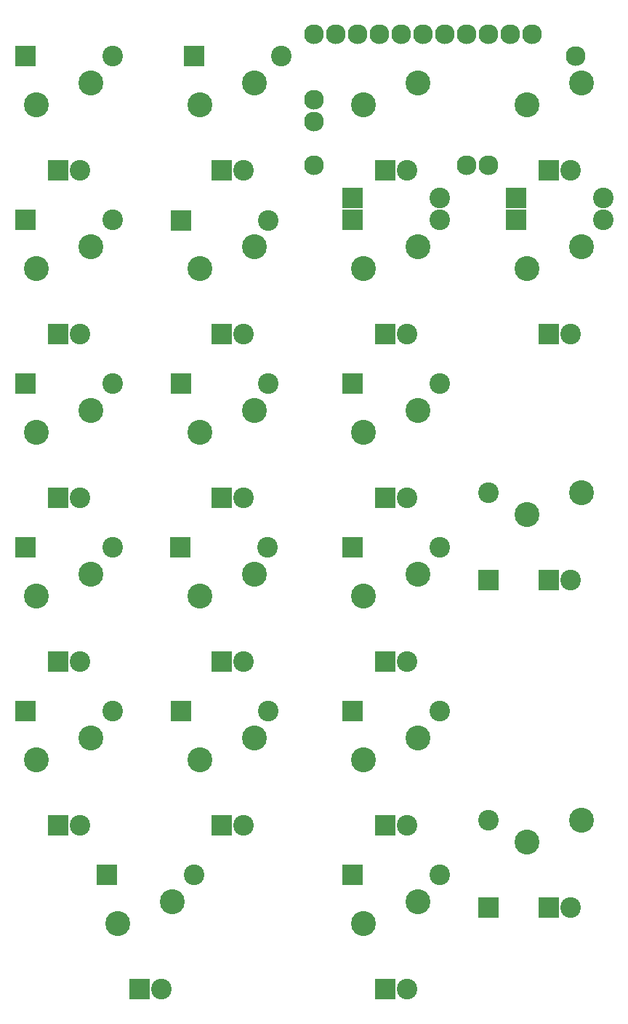
<source format=gts>
G04 #@! TF.FileFunction,Soldermask,Top*
%FSLAX46Y46*%
G04 Gerber Fmt 4.6, Leading zero omitted, Abs format (unit mm)*
G04 Created by KiCad (PCBNEW 4.0.2-stable) date Tuesday, March 29, 2016 'PMt' 06:01:04 PM*
%MOMM*%
G01*
G04 APERTURE LIST*
%ADD10C,0.100000*%
%ADD11C,2.398980*%
%ADD12R,2.398980X2.398980*%
%ADD13C,2.400000*%
%ADD14R,2.400000X2.400000*%
%ADD15C,2.900000*%
%ADD16C,2.300000*%
G04 APERTURE END LIST*
D10*
D11*
X64400000Y-24107460D03*
D12*
X54240000Y-24107460D03*
D11*
X84085000Y-24107460D03*
D12*
X73925000Y-24107460D03*
D11*
X102500000Y-40617460D03*
D12*
X92340000Y-40617460D03*
D11*
X121550000Y-40617460D03*
D12*
X111390000Y-40617460D03*
D11*
X64400000Y-43157460D03*
D12*
X54240000Y-43157460D03*
D11*
X82561000Y-43284460D03*
D12*
X72401000Y-43284460D03*
D11*
X102500000Y-43157460D03*
D12*
X92340000Y-43157460D03*
D11*
X121550000Y-43157460D03*
D12*
X111390000Y-43157460D03*
D11*
X64400000Y-62207460D03*
D12*
X54240000Y-62207460D03*
D11*
X82561000Y-62207460D03*
D12*
X72401000Y-62207460D03*
D11*
X102500000Y-62207460D03*
D12*
X92340000Y-62207460D03*
D11*
X64400000Y-81257460D03*
D12*
X54240000Y-81257460D03*
D11*
X82434000Y-81257460D03*
D12*
X72274000Y-81257460D03*
D11*
X102500000Y-81257460D03*
D12*
X92340000Y-81257460D03*
D11*
X108212460Y-74910000D03*
D12*
X108212460Y-85070000D03*
D11*
X64400000Y-100307460D03*
D12*
X54240000Y-100307460D03*
D11*
X82561000Y-100307460D03*
D12*
X72401000Y-100307460D03*
D11*
X102500000Y-100307460D03*
D12*
X92340000Y-100307460D03*
D11*
X73925000Y-119357460D03*
D12*
X63765000Y-119357460D03*
D11*
X102500000Y-119357460D03*
D12*
X92340000Y-119357460D03*
D11*
X108212460Y-113010000D03*
D12*
X108212460Y-123170000D03*
D13*
X117740000Y-123170000D03*
D14*
X115200000Y-123170000D03*
D15*
X119010000Y-113010000D03*
X112660000Y-115550000D03*
D13*
X117740000Y-85070000D03*
D14*
X115200000Y-85070000D03*
D15*
X119010000Y-74910000D03*
X112660000Y-77450000D03*
D13*
X98690000Y-113645000D03*
D14*
X96150000Y-113645000D03*
D15*
X99960000Y-103485000D03*
X93610000Y-106025000D03*
D13*
X98690000Y-132695000D03*
D14*
X96150000Y-132695000D03*
D15*
X99960000Y-122535000D03*
X93610000Y-125075000D03*
D13*
X79640000Y-113645000D03*
D14*
X77100000Y-113645000D03*
D15*
X80910000Y-103485000D03*
X74560000Y-106025000D03*
D13*
X60590000Y-113645000D03*
D14*
X58050000Y-113645000D03*
D15*
X61860000Y-103485000D03*
X55510000Y-106025000D03*
D13*
X98690000Y-94595000D03*
D14*
X96150000Y-94595000D03*
D15*
X99960000Y-84435000D03*
X93610000Y-86975000D03*
D13*
X79640000Y-94595000D03*
D14*
X77100000Y-94595000D03*
D15*
X80910000Y-84435000D03*
X74560000Y-86975000D03*
D13*
X60590000Y-94595000D03*
D14*
X58050000Y-94595000D03*
D15*
X61860000Y-84435000D03*
X55510000Y-86975000D03*
D13*
X98690000Y-75545000D03*
D14*
X96150000Y-75545000D03*
D15*
X99960000Y-65385000D03*
X93610000Y-67925000D03*
D13*
X79640000Y-75545000D03*
D14*
X77100000Y-75545000D03*
D15*
X80910000Y-65385000D03*
X74560000Y-67925000D03*
D13*
X60590000Y-75545000D03*
D14*
X58050000Y-75545000D03*
D15*
X61860000Y-65385000D03*
X55510000Y-67925000D03*
D13*
X117740000Y-56495000D03*
D14*
X115200000Y-56495000D03*
D15*
X119010000Y-46335000D03*
X112660000Y-48875000D03*
D13*
X98690000Y-56495000D03*
D14*
X96150000Y-56495000D03*
D15*
X99960000Y-46335000D03*
X93610000Y-48875000D03*
D13*
X60590000Y-56495000D03*
D14*
X58050000Y-56495000D03*
D15*
X61860000Y-46335000D03*
X55510000Y-48875000D03*
D13*
X117740000Y-37445000D03*
D14*
X115200000Y-37445000D03*
D15*
X119010000Y-27285000D03*
X112660000Y-29825000D03*
D13*
X98690000Y-37445000D03*
D14*
X96150000Y-37445000D03*
D15*
X99960000Y-27285000D03*
X93610000Y-29825000D03*
D13*
X79640000Y-37445000D03*
D14*
X77100000Y-37445000D03*
D15*
X80910000Y-27285000D03*
X74560000Y-29825000D03*
D13*
X60590000Y-37445000D03*
D14*
X58050000Y-37445000D03*
D15*
X61860000Y-27285000D03*
X55510000Y-29825000D03*
D13*
X79640000Y-56495000D03*
D14*
X77100000Y-56495000D03*
D15*
X80910000Y-46335000D03*
X74560000Y-48875000D03*
D13*
X70115000Y-132695000D03*
D14*
X67575000Y-132695000D03*
D15*
X71385000Y-122535000D03*
X65035000Y-125075000D03*
D16*
X105675000Y-36810000D03*
X118375000Y-24110000D03*
X87895000Y-29190000D03*
X87895000Y-31730000D03*
X108215000Y-36810000D03*
X87895000Y-36810000D03*
X87895000Y-21570000D03*
X90435000Y-21570000D03*
X92975000Y-21570000D03*
X95515000Y-21570000D03*
X98055000Y-21570000D03*
X100595000Y-21570000D03*
X103135000Y-21570000D03*
X105675000Y-21570000D03*
X108215000Y-21570000D03*
X110755000Y-21570000D03*
X113295000Y-21570000D03*
M02*

</source>
